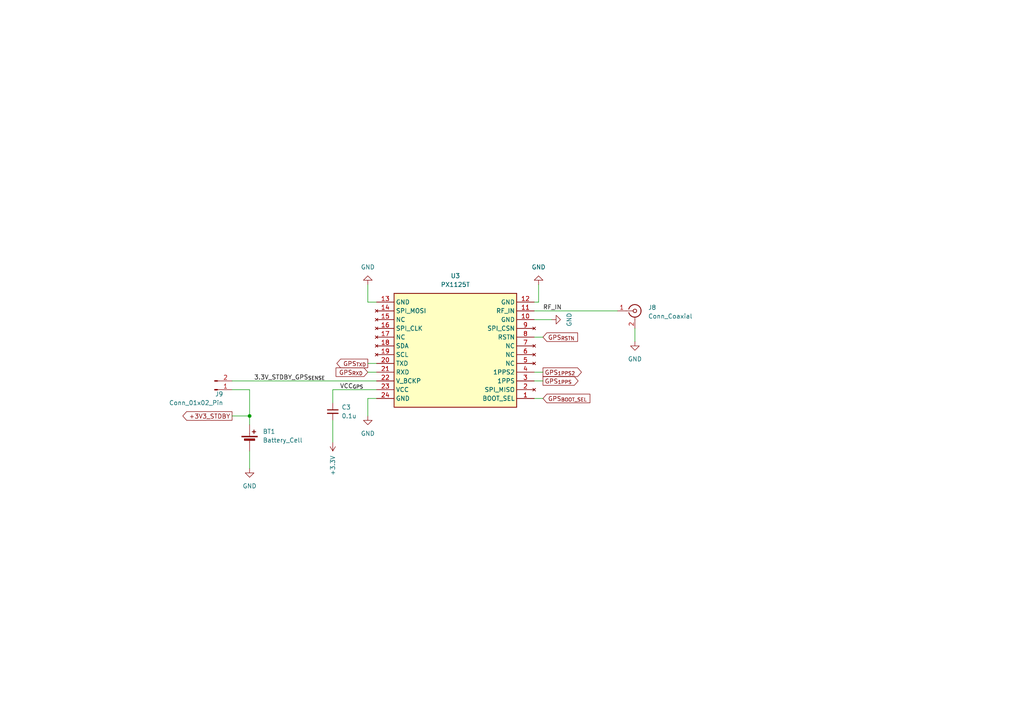
<source format=kicad_sch>
(kicad_sch (version 20230121) (generator eeschema)
  (paper "A4")
  (title_block (title "Nixie Accurate Clock") (rev "A") (company "Paul Willis"))
  (lib_symbols
    (symbol "00_lib:PX1125T"
      (property "Reference" "U" (at 5.08 5.08 0))
      (property "Value" "PX1125T" (at 31.75 5.08 0))
      (symbol "PX1125T_1_1"
        (rectangle (start 5.08 2.54) (end 40.64 -30.48) (stroke (width 0.254)) (fill (type background)))
        (pin input line (at 45.72 -27.94 180) (length 5.08) (name "BOOT_SEL") (number "1"))
        (pin power_in line (at 45.72 -5.08 180) (length 5.08) (name "GND") (number "10"))
        (pin input line (at 45.72 -2.54 180) (length 5.08) (name "RF_IN") (number "11"))
        (pin power_in line (at 45.72 0 180) (length 5.08) (name "GND") (number "12"))
        (pin power_in line (at 0 0 0) (length 5.08) (name "GND") (number "13"))
        (pin no_connect line (at 0 -2.54 0) (length 5.08) (name "SPI_MOSI") (number "14"))
        (pin no_connect line (at 0 -5.08 0) (length 5.08) (name "NC") (number "15"))
        (pin no_connect line (at 0 -7.62 0) (length 5.08) (name "SPI_CLK") (number "16"))
        (pin no_connect line (at 0 -10.16 0) (length 5.08) (name "NC") (number "17"))
        (pin no_connect line (at 0 -12.7 0) (length 5.08) (name "SDA") (number "18"))
        (pin no_connect line (at 0 -15.24 0) (length 5.08) (name "SCL") (number "19"))
        (pin no_connect line (at 45.72 -25.4 180) (length 5.08) (name "SPI_MISO") (number "2"))
        (pin output line (at 0 -17.78 0) (length 5.08) (name "TXD") (number "20"))
        (pin input line (at 0 -20.32 0) (length 5.08) (name "RXD") (number "21"))
        (pin power_in line (at 0 -22.86 0) (length 5.08) (name "V_BCKP") (number "22"))
        (pin power_in line (at 0 -25.4 0) (length 5.08) (name "VCC") (number "23"))
        (pin power_in line (at 0 -27.94 0) (length 5.08) (name "GND") (number "24"))
        (pin output line (at 45.72 -22.86 180) (length 5.08) (name "1PPS") (number "3"))
        (pin output line (at 45.72 -20.32 180) (length 5.08) (name "1PPS2") (number "4"))
        (pin no_connect line (at 45.72 -17.78 180) (length 5.08) (name "NC") (number "5"))
        (pin no_connect line (at 45.72 -15.24 180) (length 5.08) (name "NC") (number "6"))
        (pin no_connect line (at 45.72 -12.7 180) (length 5.08) (name "NC") (number "7"))
        (pin input line (at 45.72 -10.16 180) (length 5.08) (name "RSTN") (number "8"))
        (pin no_connect line (at 45.72 -7.62 180) (length 5.08) (name "SPI_CSN") (number "9"))
      )
    )
    (symbol "Connector:Conn_01x02_Pin" (pin_names (offset 1.016) hide)
      (property "Reference" "J8" (at 2.54 1.27 0))
      (property "Value" "Conn_01x02_Pin" (at 2.54 3.81 0))
      (symbol "Conn_01x02_Pin_1_1"
        (polyline (pts (xy 1.27 -2.54) (xy 0.8636 -2.54)) (stroke (width 0.1524)))
        (polyline (pts (xy 1.27 0) (xy 0.8636 0)) (stroke (width 0.1524)))
        (rectangle (start 0.8636 -2.413) (end 0 -2.667) (stroke (width 0.1524)) (fill (type outline)))
        (rectangle (start 0.8636 0.127) (end 0 -0.127) (stroke (width 0.1524)) (fill (type outline)))
        (pin power_in line (at 5.08 0 180) (length 3.81) (name "Pin_1") (number "1"))
        (pin power_out line (at 5.08 -2.54 180) (length 3.81) (name "Pin_2") (number "2"))
      )
    )
    (symbol "Connector:Conn_Coaxial" (pin_names (offset 1.016) hide)
      (property "Reference" "J" (at 0.254 3.048 0))
      (property "Value" "Conn_Coaxial" (at 2.921 0 90))
      (symbol "Conn_Coaxial_0_1"
        (arc (start -1.778 -0.508) (mid 0.2311 -1.8066) (end 1.778 0) (stroke (width 0.254)))
        (polyline (pts (xy -2.54 0) (xy -0.508 0)))
        (polyline (pts (xy 0 -2.54) (xy 0 -1.778)))
        (circle (center 0 0) (radius 0.508) (stroke (width 0.2032)))
        (arc (start 1.778 0) (mid 0.2099 1.8101) (end -1.778 0.508) (stroke (width 0.254)))
      )
      (symbol "Conn_Coaxial_1_1"
        (pin passive line (at -5.08 0 0) (length 2.54) (name "In") (number "1"))
        (pin passive line (at 0 -5.08 90) (length 2.54) (name "Ext") (number "2"))
      )
    )
    (symbol "Device:Battery_Cell" (pin_numbers hide) (pin_names (offset 0) hide)
      (property "Reference" "BT1" (at 3.81 3.1115 0))
      (property "Value" "Battery_Cell" (at 3.81 0.5715 0))
      (symbol "Battery_Cell_0_1"
        (rectangle (start -2.286 1.778) (end 2.286 1.524) (fill (type outline)))
        (rectangle (start -1.524 1.016) (end 1.524 0.508) (fill (type outline)))
        (polyline (pts (xy 0 0.762) (xy 0 0)))
        (polyline (pts (xy 0 1.778) (xy 0 2.54)))
        (polyline (pts (xy 0.762 3.048) (xy 1.778 3.048)) (stroke (width 0.254)))
        (polyline (pts (xy 1.27 3.556) (xy 1.27 2.54)) (stroke (width 0.254)))
      )
      (symbol "Battery_Cell_1_1"
        (pin power_out line (at 0 5.08 270) (length 2.54) (name "+") (number "1"))
        (pin power_in line (at 0 -2.54 90) (length 2.54) (name "-") (number "2"))
      )
    )
    (symbol "Device:C_Small" (pin_numbers hide) (pin_names (offset 0.254) hide)
      (property "Reference" "C1" (at -2.54 1.2637 0))
      (property "Value" "0.1u" (at -2.54 -1.2763 0))
      (symbol "C_Small_0_1"
        (polyline (pts (xy -1.524 -0.508) (xy 1.524 -0.508)) (stroke (width 0.3302)))
        (polyline (pts (xy -1.524 0.508) (xy 1.524 0.508)) (stroke (width 0.3048)))
      )
      (symbol "C_Small_1_1"
        (pin power_out line (at 0 2.54 270) (length 2.032) (name "~") (number "1"))
        (pin power_in line (at 0 -2.54 90) (length 2.032) (name "~") (number "2"))
      )
    )
    (symbol "power:+3.3V" (power) (pin_names (offset 0))
      (property "Value" "+3.3V" (at 0 3.556 0))
      (symbol "+3.3V_0_1"
        (polyline (pts (xy -0.762 1.27) (xy 0 2.54)))
        (polyline (pts (xy 0 0) (xy 0 2.54)))
        (polyline (pts (xy 0 2.54) (xy 0.762 1.27)))
      )
      (symbol "+3.3V_1_1"
        (pin power_in line (at 0 0 90) (length 0) hide (name "+3.3V") (number "1"))
      )
    )
    (symbol "power:GND" (power) (pin_names (offset 0))
      (property "Value" "GND" (at 0 -3.81 0))
      (symbol "GND_0_1"
        (polyline (pts (xy 0 0) (xy 0 -1.27) (xy 1.27 -1.27) (xy 0 -2.54) (xy -1.27 -1.27) (xy 0 -1.27)))
      )
      (symbol "GND_1_1"
        (pin power_in line (at 0 0 270) (length 0) hide (name "GND") (number "1"))
      )
    )
  )
  (junction (at 72.39 120.65))
  (wire (pts (xy 184.15 95.25) (xy 184.15 99.06)))
  (wire (pts (xy 96.52 128.27) (xy 96.52 121.92)))
  (wire (pts (xy 106.68 87.63) (xy 109.22 87.63)))
  (wire (pts (xy 154.94 87.63) (xy 156.21 87.63)))
  (wire (pts (xy 72.39 130.81) (xy 72.39 135.89)))
  (wire (pts (xy 106.68 82.55) (xy 106.68 87.63)))
  (wire (pts (xy 96.52 113.03) (xy 109.22 113.03)))
  (wire (pts (xy 106.68 105.41) (xy 109.22 105.41)))
  (wire (pts (xy 67.31 120.65) (xy 72.39 120.65)))
  (wire (pts (xy 67.31 110.49) (xy 109.22 110.49)))
  (wire (pts (xy 154.94 110.49) (xy 157.48 110.49)))
  (wire (pts (xy 96.52 116.84) (xy 96.52 113.03)))
  (wire (pts (xy 72.39 113.03) (xy 67.31 113.03)))
  (wire (pts (xy 72.39 120.65) (xy 72.39 123.19)))
  (wire (pts (xy 106.68 120.65) (xy 106.68 115.57)))
  (wire (pts (xy 72.39 113.03) (xy 72.39 120.65)))
  (wire (pts (xy 154.94 90.17) (xy 179.07 90.17)))
  (wire (pts (xy 106.68 107.95) (xy 109.22 107.95)))
  (wire (pts (xy 106.68 115.57) (xy 109.22 115.57)))
  (wire (pts (xy 154.94 107.95) (xy 157.48 107.95)))
  (wire (pts (xy 154.94 115.57) (xy 157.48 115.57)))
  (wire (pts (xy 156.21 82.55) (xy 156.21 87.63)))
  (wire (pts (xy 154.94 92.71) (xy 160.02 92.71)))
  (wire (pts (xy 154.94 97.79) (xy 157.48 97.79)))
  (label "VCC_{GPS}" (at 105.41 113.03 180))
  (label "3.3V_STDBY_GPS_{SENSE}" (at 73.66 110.49 0))
  (label "RF_IN" (at 157.48 90.17 0))
  (global_label "GPS_{RSTN}" (shape input) (at 157.48 97.79 0) (property "Intersheetrefs" "${INTERSHEET_REFS}" (effects hide)))
  (global_label "GPS_{TXD}" (shape output) (at 106.68 105.41 180) (property "Intersheetrefs" "${INTERSHEET_REFS}" (effects hide)))
  (global_label "+3V3_STDBY" (shape output) (at 67.31 120.65 180) (property "Intersheetrefs" "${INTERSHEET_REFS}" (effects hide)))
  (global_label "GPS_{BOOT_SEL}" (shape input) (at 157.48 115.57 0) (property "Intersheetrefs" "${INTERSHEET_REFS}" (effects hide)))
  (global_label "GPS_{1PPS2}" (shape output) (at 157.48 107.95 0) (property "Intersheetrefs" "${INTERSHEET_REFS}" (effects hide)))
  (global_label "GPS_{1PPS}" (shape output) (at 157.48 110.49 0) (property "Intersheetrefs" "${INTERSHEET_REFS}" (effects hide)))
  (global_label "GPS_{RXD}" (shape input) (at 106.68 107.95 180) (property "Intersheetrefs" "${INTERSHEET_REFS}" (effects hide)))
  (symbol (lib_id "Device:C_Small") (at 96.52 119.38 0) (mirror y) (unit 1)
    (property "Reference" "C3" (at 99.06 118.1163 0) (effects (justify right)))
    (property "Value" "0.1u" (at 99.06 120.6563 0) (effects (justify right)))
    (property "Footprint" "Capacitor_SMD:C_0603_1608Metric" (effects hide))
    (property "Datasheet" "https://mm.digikey.com/Volume0/opasdata/d220001/medias/docus/658/CL10B104KB8NNWC_Spec.pdf" (effects hide))
    (property "Model" "CL10B104KB8NNWC" (effects hide))
    (property "Price" "0.10" (effects hide))
    (property "Digikey link" "https://www.digikey.com/en/products/detail/samsung-electro-mechanics/CL10A105KA8NNNC/3886760" (effects hide))
    (property "Mouser link" "https://www.mouser.com/ProductDetail/Samsung-Electro-Mechanics/CL10A105KA8NNNC?qs=hqM3L16%252BxldY%252BnK4KzDJVg%3D%3D" (effects hide))
  )
  (symbol (lib_id "power:GND") (at 160.02 92.71 90) (mirror x) (unit 1)
    (property "Reference" "#PWR037" (effects hide))
    (property "Value" "GND" (at 165.1 92.71 0))
  )
  (symbol (lib_id "Connector:Conn_01x02_Pin") (at 62.23 113.03 0) (mirror x) (unit 1)
    (property "Reference" "J9" (at 64.77 114.3 0) (effects (justify right)))
    (property "Value" "Conn_01x02_Pin" (at 64.77 116.84 0) (effects (justify right)))
    (property "Footprint" "Connector_PinHeader_2.54mm:PinHeader_1x02_P2.54mm_Vertical_SMD_Pin1Left" (effects hide))
    (property "Datasheet" "https://suddendocs.samtec.com/catalog_english/tsm.pdf" (effects hide))
    (property "Model" "TSM-102-01-L-SV" (effects hide))
    (property "Price" "0.42" (effects hide))
    (property "Digikey link" "https://www.digikey.com/en/products/detail/samtec-inc/TSM-102-01-L-SV/2685520" (effects hide))
    (property "Mouser link" "https://www.mouser.com/ProductDetail/Samtec/TSM-102-01-L-SV?qs=FESYatJ8odJ%252BIhPvKBkuBA%3D%3D" (effects hide))
  )
  (symbol (lib_id "power:GND") (at 72.39 135.89 0) (mirror y) (unit 1)
    (property "Reference" "#PWR041" (effects hide))
    (property "Value" "GND" (at 72.39 140.97 0))
  )
  (symbol (lib_id "power:GND") (at 184.15 99.06 0) (mirror y) (unit 1)
    (property "Reference" "#PWR038" (effects hide))
    (property "Value" "GND" (at 184.15 104.14 0))
  )
  (symbol (lib_id "power:GND") (at 106.68 82.55 180) (unit 1)
    (property "Reference" "#PWR035" (effects hide))
    (property "Value" "GND" (at 106.68 77.47 0))
  )
  (symbol (lib_id "power:+3.3V") (at 96.52 128.27 180) (unit 1)
    (property "Reference" "#PWR040" (effects hide))
    (property "Value" "+3.3V" (at 96.52 132.08 90) (effects (justify left)))
  )
  (symbol (lib_id "Device:Battery_Cell") (at 72.39 128.27 0) (unit 1)
    (property "Reference" "BT1" (at 76.2 125.1585 0) (effects (justify left)))
    (property "Value" "Battery_Cell" (at 76.2 127.6985 0) (effects (justify left)))
    (property "Footprint" "Battery:BatteryHolder_Keystone_3002_1x2032" (effects hide))
    (property "Datasheet" "https://www.keyelco.com/userAssets/file/M65p9.pdf" (effects hide))
    (property "Model" "3002" (effects hide))
    (property "Price" "0.46" (effects hide))
    (property "Digikey link" "https://www.digikey.com/en/products/detail/keystone-electronics/3002/227444" (effects hide))
    (property "Mouser link" "https://www.mouser.com/ProductDetail/Keystone-Electronics/3002?qs=Mn60vILZNNZWJpgHXc3g8Q%3D%3D" (effects hide))
  )
  (symbol (lib_id "power:GND") (at 156.21 82.55 0) (mirror x) (unit 1)
    (property "Reference" "#PWR036" (effects hide))
    (property "Value" "GND" (at 156.21 77.47 0))
  )
  (symbol (lib_id "00_lib:PX1125T") (at 109.22 87.63 0) (unit 1)
    (property "Reference" "U3" (at 132.08 80.01 0))
    (property "Value" "PX1125T" (at 132.08 82.55 0))
    (property "Footprint" "00_lib:PX1125T" (effects hide))
    (property "Datasheet" "https://navspark.mybigcommerce.com/content/PX1125T_DS.pdf" (effects hide))
    (property "Price" "27.80" (effects hide))
    (property "Digikey link" "N/A" (effects hide))
    (property "Mouser link" "N/A" (effects hide))
  )
  (symbol (lib_id "power:GND") (at 106.68 120.65 0) (mirror y) (unit 1)
    (property "Reference" "#PWR039" (effects hide))
    (property "Value" "GND" (at 106.68 125.73 0))
  )
  (symbol (lib_id "Connector:Conn_Coaxial") (at 184.15 90.17 0) (unit 1)
    (property "Reference" "J8" (at 187.96 89.1932 0) (effects (justify left)))
    (property "Value" "Conn_Coaxial" (at 187.96 91.7332 0) (effects (justify left)))
    (property "Footprint" "00_lib:SMA_Amphenol_132289_EdgeMount" (effects hide))
    (property "Datasheet" "https://www.mouser.com/datasheet/2/18/1/amphs06501_1-2259276.pdf" (effects hide))
    (property "Model" "132289" (effects hide))
    (property "Price" "7.55" (effects hide))
    (property "Digikey link" "https://www.digikey.com/en/products/detail/amphenol-rf/132289/1989875" (effects hide))
    (property "Mouser link" "https://www.mouser.com/ProductDetail/Amphenol-RF/132289?qs=nhkRCwpTkeb9ti20UXE5Cg%3D%3D" (effects hide))
  )
)
</source>
